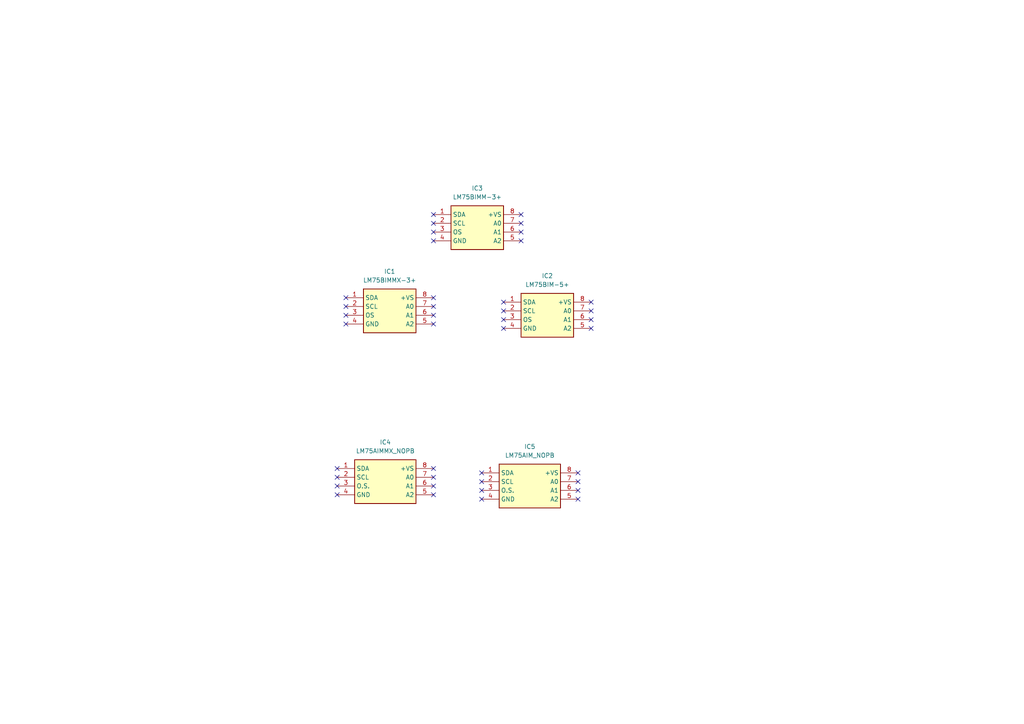
<source format=kicad_sch>
(kicad_sch (version 20230121) (generator eeschema)

  (uuid 7e9d75af-f279-4378-a3a5-ccc864c3ca81)

  (paper "A4")

  (lib_symbols
    (symbol "SamacSys_Parts:LM75AIMMX_NOPB" (in_bom yes) (on_board yes)
      (property "Reference" "IC" (at 24.13 7.62 0)
        (effects (font (size 1.27 1.27)) (justify left top))
      )
      (property "Value" "LM75AIMMX_NOPB" (at 24.13 5.08 0)
        (effects (font (size 1.27 1.27)) (justify left top))
      )
      (property "Footprint" "SOP65P490X110-8N" (at 24.13 -94.92 0)
        (effects (font (size 1.27 1.27)) (justify left top) hide)
      )
      (property "Datasheet" "http://www.ti.com/lit/gpn/LM75A" (at 24.13 -194.92 0)
        (effects (font (size 1.27 1.27)) (justify left top) hide)
      )
      (property "Height" "1.1" (at 24.13 -394.92 0)
        (effects (font (size 1.27 1.27)) (justify left top) hide)
      )
      (property "Mouser Part Number" "926-LM75AIMMX/NOPB" (at 24.13 -494.92 0)
        (effects (font (size 1.27 1.27)) (justify left top) hide)
      )
      (property "Mouser Price/Stock" "https://www.mouser.co.uk/ProductDetail/Texas-Instruments/LM75AIMMX-NOPB?qs=QbsRYf82W3EzczEYb3tXUw%3D%3D" (at 24.13 -594.92 0)
        (effects (font (size 1.27 1.27)) (justify left top) hide)
      )
      (property "Manufacturer_Name" "Texas Instruments" (at 24.13 -694.92 0)
        (effects (font (size 1.27 1.27)) (justify left top) hide)
      )
      (property "Manufacturer_Part_Number" "LM75AIMMX/NOPB" (at 24.13 -794.92 0)
        (effects (font (size 1.27 1.27)) (justify left top) hide)
      )
      (property "ki_description" "+/-2C, 2.7V to 5.5V industry standard temperature sensor with I2C/SMBus interface" (at 0 0 0)
        (effects (font (size 1.27 1.27)) hide)
      )
      (symbol "LM75AIMMX_NOPB_1_1"
        (rectangle (start 5.08 2.54) (end 22.86 -10.16)
          (stroke (width 0.254) (type default))
          (fill (type background))
        )
        (pin passive line (at 0 0 0) (length 5.08)
          (name "SDA" (effects (font (size 1.27 1.27))))
          (number "1" (effects (font (size 1.27 1.27))))
        )
        (pin passive line (at 0 -2.54 0) (length 5.08)
          (name "SCL" (effects (font (size 1.27 1.27))))
          (number "2" (effects (font (size 1.27 1.27))))
        )
        (pin passive line (at 0 -5.08 0) (length 5.08)
          (name "O.S." (effects (font (size 1.27 1.27))))
          (number "3" (effects (font (size 1.27 1.27))))
        )
        (pin passive line (at 0 -7.62 0) (length 5.08)
          (name "GND" (effects (font (size 1.27 1.27))))
          (number "4" (effects (font (size 1.27 1.27))))
        )
        (pin passive line (at 27.94 -7.62 180) (length 5.08)
          (name "A2" (effects (font (size 1.27 1.27))))
          (number "5" (effects (font (size 1.27 1.27))))
        )
        (pin passive line (at 27.94 -5.08 180) (length 5.08)
          (name "A1" (effects (font (size 1.27 1.27))))
          (number "6" (effects (font (size 1.27 1.27))))
        )
        (pin passive line (at 27.94 -2.54 180) (length 5.08)
          (name "A0" (effects (font (size 1.27 1.27))))
          (number "7" (effects (font (size 1.27 1.27))))
        )
        (pin passive line (at 27.94 0 180) (length 5.08)
          (name "+VS" (effects (font (size 1.27 1.27))))
          (number "8" (effects (font (size 1.27 1.27))))
        )
      )
    )
    (symbol "SamacSys_Parts:LM75AIM_NOPB" (in_bom yes) (on_board yes)
      (property "Reference" "IC" (at 24.13 7.62 0)
        (effects (font (size 1.27 1.27)) (justify left top))
      )
      (property "Value" "LM75AIM_NOPB" (at 24.13 5.08 0)
        (effects (font (size 1.27 1.27)) (justify left top))
      )
      (property "Footprint" "SOIC127P600X175-8N" (at 24.13 -94.92 0)
        (effects (font (size 1.27 1.27)) (justify left top) hide)
      )
      (property "Datasheet" "http://www.ti.com/lit/ds/symlink/lm75a.pdf" (at 24.13 -194.92 0)
        (effects (font (size 1.27 1.27)) (justify left top) hide)
      )
      (property "Height" "1.75" (at 24.13 -394.92 0)
        (effects (font (size 1.27 1.27)) (justify left top) hide)
      )
      (property "Mouser Part Number" "926-LM75AIM/NOPB" (at 24.13 -494.92 0)
        (effects (font (size 1.27 1.27)) (justify left top) hide)
      )
      (property "Mouser Price/Stock" "https://www.mouser.co.uk/ProductDetail/Texas-Instruments/LM75AIM-NOPB?qs=QbsRYf82W3FB3poNe%2FnoPQ%3D%3D" (at 24.13 -594.92 0)
        (effects (font (size 1.27 1.27)) (justify left top) hide)
      )
      (property "Manufacturer_Name" "Texas Instruments" (at 24.13 -694.92 0)
        (effects (font (size 1.27 1.27)) (justify left top) hide)
      )
      (property "Manufacturer_Part_Number" "LM75AIM/NOPB" (at 24.13 -794.92 0)
        (effects (font (size 1.27 1.27)) (justify left top) hide)
      )
      (property "ki_description" "&plusmn;2&deg;C, 2.7V to 5.5V industry standard temperature sensor with I2C/SMBus interface" (at 0 0 0)
        (effects (font (size 1.27 1.27)) hide)
      )
      (symbol "LM75AIM_NOPB_1_1"
        (rectangle (start 5.08 2.54) (end 22.86 -10.16)
          (stroke (width 0.254) (type default))
          (fill (type background))
        )
        (pin passive line (at 0 0 0) (length 5.08)
          (name "SDA" (effects (font (size 1.27 1.27))))
          (number "1" (effects (font (size 1.27 1.27))))
        )
        (pin passive line (at 0 -2.54 0) (length 5.08)
          (name "SCL" (effects (font (size 1.27 1.27))))
          (number "2" (effects (font (size 1.27 1.27))))
        )
        (pin passive line (at 0 -5.08 0) (length 5.08)
          (name "O.S." (effects (font (size 1.27 1.27))))
          (number "3" (effects (font (size 1.27 1.27))))
        )
        (pin power_in line (at 0 -7.62 0) (length 5.08)
          (name "GND" (effects (font (size 1.27 1.27))))
          (number "4" (effects (font (size 1.27 1.27))))
        )
        (pin passive line (at 27.94 -7.62 180) (length 5.08)
          (name "A2" (effects (font (size 1.27 1.27))))
          (number "5" (effects (font (size 1.27 1.27))))
        )
        (pin passive line (at 27.94 -5.08 180) (length 5.08)
          (name "A1" (effects (font (size 1.27 1.27))))
          (number "6" (effects (font (size 1.27 1.27))))
        )
        (pin passive line (at 27.94 -2.54 180) (length 5.08)
          (name "A0" (effects (font (size 1.27 1.27))))
          (number "7" (effects (font (size 1.27 1.27))))
        )
        (pin passive line (at 27.94 0 180) (length 5.08)
          (name "+VS" (effects (font (size 1.27 1.27))))
          (number "8" (effects (font (size 1.27 1.27))))
        )
      )
    )
    (symbol "SamacSys_Parts:LM75BIM-5+" (in_bom yes) (on_board yes)
      (property "Reference" "IC" (at 21.59 7.62 0)
        (effects (font (size 1.27 1.27)) (justify left top))
      )
      (property "Value" "LM75BIM-5+" (at 21.59 5.08 0)
        (effects (font (size 1.27 1.27)) (justify left top))
      )
      (property "Footprint" "SOIC127P600X175-8N" (at 21.59 -94.92 0)
        (effects (font (size 1.27 1.27)) (justify left top) hide)
      )
      (property "Datasheet" "" (at 21.59 -194.92 0)
        (effects (font (size 1.27 1.27)) (justify left top) hide)
      )
      (property "Height" "" (at 21.59 -394.92 0)
        (effects (font (size 1.27 1.27)) (justify left top) hide)
      )
      (property "Manufacturer_Name" "Analog Devices" (at 21.59 -494.92 0)
        (effects (font (size 1.27 1.27)) (justify left top) hide)
      )
      (property "Manufacturer_Part_Number" "LM75BIM-5+" (at 21.59 -594.92 0)
        (effects (font (size 1.27 1.27)) (justify left top) hide)
      )
      (property "Mouser Part Number" "700-LM75BIM-5+" (at 21.59 -694.92 0)
        (effects (font (size 1.27 1.27)) (justify left top) hide)
      )
      (property "Mouser Price/Stock" "https://www.mouser.co.uk/ProductDetail/Analog-Devices-Maxim-Integrated/LM75BIM-5%2b?qs=Jw2w9zrI6w87gLLPjZOidg%3D%3D" (at 21.59 -794.92 0)
        (effects (font (size 1.27 1.27)) (justify left top) hide)
      )
      (property "Arrow Part Number" "" (at 21.59 -894.92 0)
        (effects (font (size 1.27 1.27)) (justify left top) hide)
      )
      (property "Arrow Price/Stock" "" (at 21.59 -994.92 0)
        (effects (font (size 1.27 1.27)) (justify left top) hide)
      )
      (property "ki_description" "Digital Temperature Sensor and Thermal Watchdog with 2-Wire Interface" (at 0 0 0)
        (effects (font (size 1.27 1.27)) hide)
      )
      (symbol "LM75BIM-5+_1_1"
        (rectangle (start 5.08 2.54) (end 20.32 -10.16)
          (stroke (width 0.254) (type default))
          (fill (type background))
        )
        (pin passive line (at 0 0 0) (length 5.08)
          (name "SDA" (effects (font (size 1.27 1.27))))
          (number "1" (effects (font (size 1.27 1.27))))
        )
        (pin passive line (at 0 -2.54 0) (length 5.08)
          (name "SCL" (effects (font (size 1.27 1.27))))
          (number "2" (effects (font (size 1.27 1.27))))
        )
        (pin passive line (at 0 -5.08 0) (length 5.08)
          (name "OS" (effects (font (size 1.27 1.27))))
          (number "3" (effects (font (size 1.27 1.27))))
        )
        (pin passive line (at 0 -7.62 0) (length 5.08)
          (name "GND" (effects (font (size 1.27 1.27))))
          (number "4" (effects (font (size 1.27 1.27))))
        )
        (pin passive line (at 25.4 -7.62 180) (length 5.08)
          (name "A2" (effects (font (size 1.27 1.27))))
          (number "5" (effects (font (size 1.27 1.27))))
        )
        (pin passive line (at 25.4 -5.08 180) (length 5.08)
          (name "A1" (effects (font (size 1.27 1.27))))
          (number "6" (effects (font (size 1.27 1.27))))
        )
        (pin passive line (at 25.4 -2.54 180) (length 5.08)
          (name "A0" (effects (font (size 1.27 1.27))))
          (number "7" (effects (font (size 1.27 1.27))))
        )
        (pin passive line (at 25.4 0 180) (length 5.08)
          (name "+VS" (effects (font (size 1.27 1.27))))
          (number "8" (effects (font (size 1.27 1.27))))
        )
      )
    )
    (symbol "SamacSys_Parts:LM75BIMM-3+" (in_bom yes) (on_board yes)
      (property "Reference" "IC" (at 21.59 7.62 0)
        (effects (font (size 1.27 1.27)) (justify left top))
      )
      (property "Value" "LM75BIMM-3+" (at 21.59 5.08 0)
        (effects (font (size 1.27 1.27)) (justify left top))
      )
      (property "Footprint" "SOP65P490X110-8N" (at 21.59 -94.92 0)
        (effects (font (size 1.27 1.27)) (justify left top) hide)
      )
      (property "Datasheet" "https://datasheets.maximintegrated.com/en/ds/LM75.pdf" (at 21.59 -194.92 0)
        (effects (font (size 1.27 1.27)) (justify left top) hide)
      )
      (property "Height" "1.1" (at 21.59 -394.92 0)
        (effects (font (size 1.27 1.27)) (justify left top) hide)
      )
      (property "Manufacturer_Name" "Analog Devices" (at 21.59 -494.92 0)
        (effects (font (size 1.27 1.27)) (justify left top) hide)
      )
      (property "Manufacturer_Part_Number" "LM75BIMM-3+" (at 21.59 -594.92 0)
        (effects (font (size 1.27 1.27)) (justify left top) hide)
      )
      (property "Mouser Part Number" "700-LM75BIMM-3+" (at 21.59 -694.92 0)
        (effects (font (size 1.27 1.27)) (justify left top) hide)
      )
      (property "Mouser Price/Stock" "https://www.mouser.co.uk/ProductDetail/Analog-Devices-Maxim-Integrated/LM75BIMM-3%2b?qs=Jw2w9zrI6w%252BZpgnTvfnTwg%3D%3D" (at 21.59 -794.92 0)
        (effects (font (size 1.27 1.27)) (justify left top) hide)
      )
      (property "Arrow Part Number" "LM75BIMM-3+" (at 21.59 -894.92 0)
        (effects (font (size 1.27 1.27)) (justify left top) hide)
      )
      (property "Arrow Price/Stock" "https://www.arrow.com/en/products/lm75bimm-3/maxim-integrated?region=nac" (at 21.59 -994.92 0)
        (effects (font (size 1.27 1.27)) (justify left top) hide)
      )
      (property "ki_description" "Board Mount Temperature Sensors 2-Wire Digital Temp Snsr & Thrml Wtchdog" (at 0 0 0)
        (effects (font (size 1.27 1.27)) hide)
      )
      (symbol "LM75BIMM-3+_1_1"
        (rectangle (start 5.08 2.54) (end 20.32 -10.16)
          (stroke (width 0.254) (type default))
          (fill (type background))
        )
        (pin passive line (at 0 0 0) (length 5.08)
          (name "SDA" (effects (font (size 1.27 1.27))))
          (number "1" (effects (font (size 1.27 1.27))))
        )
        (pin passive line (at 0 -2.54 0) (length 5.08)
          (name "SCL" (effects (font (size 1.27 1.27))))
          (number "2" (effects (font (size 1.27 1.27))))
        )
        (pin passive line (at 0 -5.08 0) (length 5.08)
          (name "OS" (effects (font (size 1.27 1.27))))
          (number "3" (effects (font (size 1.27 1.27))))
        )
        (pin power_in line (at 0 -7.62 0) (length 5.08)
          (name "GND" (effects (font (size 1.27 1.27))))
          (number "4" (effects (font (size 1.27 1.27))))
        )
        (pin passive line (at 25.4 -7.62 180) (length 5.08)
          (name "A2" (effects (font (size 1.27 1.27))))
          (number "5" (effects (font (size 1.27 1.27))))
        )
        (pin passive line (at 25.4 -5.08 180) (length 5.08)
          (name "A1" (effects (font (size 1.27 1.27))))
          (number "6" (effects (font (size 1.27 1.27))))
        )
        (pin passive line (at 25.4 -2.54 180) (length 5.08)
          (name "A0" (effects (font (size 1.27 1.27))))
          (number "7" (effects (font (size 1.27 1.27))))
        )
        (pin passive line (at 25.4 0 180) (length 5.08)
          (name "+VS" (effects (font (size 1.27 1.27))))
          (number "8" (effects (font (size 1.27 1.27))))
        )
      )
    )
    (symbol "SamacSys_Parts:LM75BIMMX-3+" (in_bom yes) (on_board yes)
      (property "Reference" "IC" (at 21.59 7.62 0)
        (effects (font (size 1.27 1.27)) (justify left top))
      )
      (property "Value" "LM75BIMMX-3+" (at 21.59 5.08 0)
        (effects (font (size 1.27 1.27)) (justify left top))
      )
      (property "Footprint" "SOP65P490X110-8N" (at 21.59 -94.92 0)
        (effects (font (size 1.27 1.27)) (justify left top) hide)
      )
      (property "Datasheet" "http://componentsearchengine.com/Datasheets/1/LM75BIMMX-3+.pdf" (at 21.59 -194.92 0)
        (effects (font (size 1.27 1.27)) (justify left top) hide)
      )
      (property "Height" "1.1" (at 21.59 -394.92 0)
        (effects (font (size 1.27 1.27)) (justify left top) hide)
      )
      (property "Mouser Part Number" "700-LM75BIMMX-3" (at 21.59 -494.92 0)
        (effects (font (size 1.27 1.27)) (justify left top) hide)
      )
      (property "Mouser Price/Stock" "https://www.mouser.co.uk/ProductDetail/Analog-Devices-Maxim-Integrated/LM75BIMMX-3%2b?qs=Jw2w9zrI6w%2FyP80DzQ6QkA%3D%3D" (at 21.59 -594.92 0)
        (effects (font (size 1.27 1.27)) (justify left top) hide)
      )
      (property "Manufacturer_Name" "Analog Devices" (at 21.59 -694.92 0)
        (effects (font (size 1.27 1.27)) (justify left top) hide)
      )
      (property "Manufacturer_Part_Number" "LM75BIMMX-3+" (at 21.59 -794.92 0)
        (effects (font (size 1.27 1.27)) (justify left top) hide)
      )
      (property "ki_description" "Digital Temperature Sensor and Thermal Watchdog with Two-Wire Interface" (at 0 0 0)
        (effects (font (size 1.27 1.27)) hide)
      )
      (symbol "LM75BIMMX-3+_1_1"
        (rectangle (start 5.08 2.54) (end 20.32 -10.16)
          (stroke (width 0.254) (type default))
          (fill (type background))
        )
        (pin passive line (at 0 0 0) (length 5.08)
          (name "SDA" (effects (font (size 1.27 1.27))))
          (number "1" (effects (font (size 1.27 1.27))))
        )
        (pin passive line (at 0 -2.54 0) (length 5.08)
          (name "SCL" (effects (font (size 1.27 1.27))))
          (number "2" (effects (font (size 1.27 1.27))))
        )
        (pin passive line (at 0 -5.08 0) (length 5.08)
          (name "OS" (effects (font (size 1.27 1.27))))
          (number "3" (effects (font (size 1.27 1.27))))
        )
        (pin passive line (at 0 -7.62 0) (length 5.08)
          (name "GND" (effects (font (size 1.27 1.27))))
          (number "4" (effects (font (size 1.27 1.27))))
        )
        (pin passive line (at 25.4 -7.62 180) (length 5.08)
          (name "A2" (effects (font (size 1.27 1.27))))
          (number "5" (effects (font (size 1.27 1.27))))
        )
        (pin passive line (at 25.4 -5.08 180) (length 5.08)
          (name "A1" (effects (font (size 1.27 1.27))))
          (number "6" (effects (font (size 1.27 1.27))))
        )
        (pin passive line (at 25.4 -2.54 180) (length 5.08)
          (name "A0" (effects (font (size 1.27 1.27))))
          (number "7" (effects (font (size 1.27 1.27))))
        )
        (pin passive line (at 25.4 0 180) (length 5.08)
          (name "+VS" (effects (font (size 1.27 1.27))))
          (number "8" (effects (font (size 1.27 1.27))))
        )
      )
    )
  )


  (no_connect (at 125.73 86.36) (uuid 075afa18-38f0-4158-9735-6155d51ef789))
  (no_connect (at 125.73 93.98) (uuid 0b77682f-45d6-4130-951d-f179d5f9c36f))
  (no_connect (at 146.05 90.17) (uuid 0d5c7be2-2557-47d6-9c75-095d1a779371))
  (no_connect (at 97.79 143.51) (uuid 0fc75f5b-d58f-4c6f-8f34-6e435cb558e6))
  (no_connect (at 146.05 95.25) (uuid 118c132c-335a-46cd-9543-a5b2f2d36e5f))
  (no_connect (at 139.7 144.78) (uuid 119126cf-da39-4d9d-8a7f-9ed18d1cc459))
  (no_connect (at 171.45 95.25) (uuid 2557e3cc-505d-4cd4-a4d8-2f55090c0480))
  (no_connect (at 151.13 67.31) (uuid 45c43d41-782d-497c-bfdf-984b8904897c))
  (no_connect (at 139.7 137.16) (uuid 481c69cb-44d6-4ce2-9869-2ec29f092b8b))
  (no_connect (at 125.73 140.97) (uuid 5370a9b0-1d47-48a7-a17c-3db3d060d835))
  (no_connect (at 167.64 139.7) (uuid 57f7033a-8bd7-47a5-9fe0-a10c5ccdb3df))
  (no_connect (at 125.73 88.9) (uuid 59ba2dfa-4afc-483f-b585-4b8348c0b647))
  (no_connect (at 171.45 87.63) (uuid 5b439310-57d0-499e-a7cc-56d04df1c7ec))
  (no_connect (at 125.73 135.89) (uuid 60587fc1-07d8-4731-a310-53d3a481b72e))
  (no_connect (at 151.13 69.85) (uuid 6adc6b17-8962-473f-b243-e579f5520fbf))
  (no_connect (at 125.73 91.44) (uuid 6fab0dc8-8e00-415e-8b7a-47543f0c0820))
  (no_connect (at 97.79 135.89) (uuid 70ec6cc1-2551-4580-8d8d-f890dcecf235))
  (no_connect (at 139.7 139.7) (uuid 7eca8792-97c6-4d4e-a458-dd47feeb177b))
  (no_connect (at 125.73 62.23) (uuid 809b1eb9-c4c3-4269-be4c-530d66935e43))
  (no_connect (at 125.73 69.85) (uuid 847bd509-54d0-4960-9279-d7fa0ddfc2a5))
  (no_connect (at 171.45 90.17) (uuid 8726eb71-3c9e-432c-9cee-c1b1c2142e2f))
  (no_connect (at 100.33 86.36) (uuid 90e482d1-d607-43b5-a0f4-108b1dff22f5))
  (no_connect (at 100.33 88.9) (uuid 9b0c0b39-6240-4d99-ae39-edce7278afc1))
  (no_connect (at 146.05 87.63) (uuid 9ecaeca8-395d-42a8-8039-917631ac4af6))
  (no_connect (at 171.45 92.71) (uuid af138bb3-6918-46a8-9e0f-fb653cdd5ac7))
  (no_connect (at 97.79 140.97) (uuid b1ea7af6-f607-43ea-ab45-6c16900cb816))
  (no_connect (at 167.64 144.78) (uuid bbac302b-fd46-49e3-875f-15f57eb78a73))
  (no_connect (at 167.64 137.16) (uuid c579d109-d974-46b9-ad3b-51e32a385c37))
  (no_connect (at 139.7 142.24) (uuid c6fa5c14-5ad5-4d3b-a8e1-caad9ecc10f2))
  (no_connect (at 125.73 64.77) (uuid ce4f5059-ad70-44ab-8460-ae43de56b402))
  (no_connect (at 125.73 138.43) (uuid d0863572-c664-48b3-9e74-b95e3569ba3f))
  (no_connect (at 125.73 143.51) (uuid d2dc7753-d64e-4ed0-9ec1-a78f8dedfeb5))
  (no_connect (at 151.13 62.23) (uuid d8efefa6-bc76-4770-8ab5-61097e6341d0))
  (no_connect (at 100.33 91.44) (uuid d9c79414-705d-4d99-966a-55a020735e64))
  (no_connect (at 167.64 142.24) (uuid dd02a6b4-7838-4559-9d75-9e637d5b9531))
  (no_connect (at 151.13 64.77) (uuid e0173217-9abd-43f0-9740-eead8fdbc757))
  (no_connect (at 97.79 138.43) (uuid e71a6702-1124-44fc-ab85-083d39b2c8dc))
  (no_connect (at 100.33 93.98) (uuid f17b7960-e19c-4ab6-aa60-01844ee8f0c2))
  (no_connect (at 125.73 67.31) (uuid f5282175-089f-4156-b545-089089597f81))
  (no_connect (at 146.05 92.71) (uuid f9d7402a-cfbe-4e74-9c2b-9a19f8d1f0ac))

  (symbol (lib_id "SamacSys_Parts:LM75BIM-5+") (at 146.05 87.63 0) (unit 1)
    (in_bom yes) (on_board yes) (dnp no) (fields_autoplaced)
    (uuid 11ebf145-9e19-4ac4-958a-3cc8fa1a7508)
    (property "Reference" "IC2" (at 158.75 80.01 0)
      (effects (font (size 1.27 1.27)))
    )
    (property "Value" "LM75BIM-5+" (at 158.75 82.55 0)
      (effects (font (size 1.27 1.27)))
    )
    (property "Footprint" "SOIC127P600X175-8N" (at 167.64 182.55 0)
      (effects (font (size 1.27 1.27)) (justify left top) hide)
    )
    (property "Datasheet" "" (at 167.64 282.55 0)
      (effects (font (size 1.27 1.27)) (justify left top) hide)
    )
    (property "Height" "" (at 167.64 482.55 0)
      (effects (font (size 1.27 1.27)) (justify left top) hide)
    )
    (property "Manufacturer_Name" "Analog Devices" (at 167.64 582.55 0)
      (effects (font (size 1.27 1.27)) (justify left top) hide)
    )
    (property "Manufacturer_Part_Number" "LM75BIM-5+" (at 167.64 682.55 0)
      (effects (font (size 1.27 1.27)) (justify left top) hide)
    )
    (property "Mouser Part Number" "700-LM75BIM-5+" (at 167.64 782.55 0)
      (effects (font (size 1.27 1.27)) (justify left top) hide)
    )
    (property "Mouser Price/Stock" "https://www.mouser.co.uk/ProductDetail/Analog-Devices-Maxim-Integrated/LM75BIM-5%2b?qs=Jw2w9zrI6w87gLLPjZOidg%3D%3D" (at 167.64 882.55 0)
      (effects (font (size 1.27 1.27)) (justify left top) hide)
    )
    (property "Arrow Part Number" "" (at 167.64 982.55 0)
      (effects (font (size 1.27 1.27)) (justify left top) hide)
    )
    (property "Arrow Price/Stock" "" (at 167.64 1082.55 0)
      (effects (font (size 1.27 1.27)) (justify left top) hide)
    )
    (pin "1" (uuid 8fb6195a-e7ea-48e5-9f1f-7b91568830ef))
    (pin "2" (uuid 531a83b3-c553-4b8e-b8f7-25f2c597cc8d))
    (pin "3" (uuid 1bc548a9-f4a6-453e-93d2-5a8e0d855a07))
    (pin "4" (uuid 15721218-994d-4014-af79-d88cb969663c))
    (pin "5" (uuid 16ed6e37-347a-4940-b5e0-222c2693fab6))
    (pin "6" (uuid fcf40f70-4458-4127-9a85-4bcec98301ca))
    (pin "7" (uuid 336dcdd0-6d78-46ca-acd4-1fcd929340f8))
    (pin "8" (uuid a91775ee-1d26-4922-9a13-70629a7f424c))
    (instances
      (project "TestingSizes"
        (path "/7e9d75af-f279-4378-a3a5-ccc864c3ca81"
          (reference "IC2") (unit 1)
        )
      )
    )
  )

  (symbol (lib_id "SamacSys_Parts:LM75AIM_NOPB") (at 139.7 137.16 0) (unit 1)
    (in_bom yes) (on_board yes) (dnp no) (fields_autoplaced)
    (uuid 128ce957-1444-4369-9673-6c7f96d07c85)
    (property "Reference" "IC5" (at 153.67 129.54 0)
      (effects (font (size 1.27 1.27)))
    )
    (property "Value" "LM75AIM_NOPB" (at 153.67 132.08 0)
      (effects (font (size 1.27 1.27)))
    )
    (property "Footprint" "SOIC127P600X175-8N" (at 163.83 232.08 0)
      (effects (font (size 1.27 1.27)) (justify left top) hide)
    )
    (property "Datasheet" "http://www.ti.com/lit/ds/symlink/lm75a.pdf" (at 163.83 332.08 0)
      (effects (font (size 1.27 1.27)) (justify left top) hide)
    )
    (property "Height" "1.75" (at 163.83 532.08 0)
      (effects (font (size 1.27 1.27)) (justify left top) hide)
    )
    (property "Mouser Part Number" "926-LM75AIM/NOPB" (at 163.83 632.08 0)
      (effects (font (size 1.27 1.27)) (justify left top) hide)
    )
    (property "Mouser Price/Stock" "https://www.mouser.co.uk/ProductDetail/Texas-Instruments/LM75AIM-NOPB?qs=QbsRYf82W3FB3poNe%2FnoPQ%3D%3D" (at 163.83 732.08 0)
      (effects (font (size 1.27 1.27)) (justify left top) hide)
    )
    (property "Manufacturer_Name" "Texas Instruments" (at 163.83 832.08 0)
      (effects (font (size 1.27 1.27)) (justify left top) hide)
    )
    (property "Manufacturer_Part_Number" "LM75AIM/NOPB" (at 163.83 932.08 0)
      (effects (font (size 1.27 1.27)) (justify left top) hide)
    )
    (pin "1" (uuid bbbf2b1c-6045-4924-adb9-4f2d9b185f82))
    (pin "2" (uuid 3ac6d6ea-54a6-4a08-bdb9-d1371e4610e3))
    (pin "3" (uuid 7461d3ab-927d-4e8c-85a4-fd3307a56ba6))
    (pin "4" (uuid a3a8a2de-eca6-4bba-8a8b-547b088129ad))
    (pin "5" (uuid f559b921-eb06-455a-a060-b94ef12adde5))
    (pin "6" (uuid d4b970f0-0edb-42b9-80a2-e6f0042fbc44))
    (pin "7" (uuid 90b8119d-8b36-4865-8a8e-c89801cbee51))
    (pin "8" (uuid c198ce36-66e6-4d9f-a0fe-32be2a5da684))
    (instances
      (project "TestingSizes"
        (path "/7e9d75af-f279-4378-a3a5-ccc864c3ca81"
          (reference "IC5") (unit 1)
        )
      )
    )
  )

  (symbol (lib_id "SamacSys_Parts:LM75BIMM-3+") (at 125.73 62.23 0) (unit 1)
    (in_bom yes) (on_board yes) (dnp no) (fields_autoplaced)
    (uuid 53a66890-bb8a-41e6-8c2f-c31cbd430048)
    (property "Reference" "IC3" (at 138.43 54.61 0)
      (effects (font (size 1.27 1.27)))
    )
    (property "Value" "LM75BIMM-3+" (at 138.43 57.15 0)
      (effects (font (size 1.27 1.27)))
    )
    (property "Footprint" "SOP65P490X110-8N" (at 147.32 157.15 0)
      (effects (font (size 1.27 1.27)) (justify left top) hide)
    )
    (property "Datasheet" "https://datasheets.maximintegrated.com/en/ds/LM75.pdf" (at 147.32 257.15 0)
      (effects (font (size 1.27 1.27)) (justify left top) hide)
    )
    (property "Height" "1.1" (at 147.32 457.15 0)
      (effects (font (size 1.27 1.27)) (justify left top) hide)
    )
    (property "Manufacturer_Name" "Analog Devices" (at 147.32 557.15 0)
      (effects (font (size 1.27 1.27)) (justify left top) hide)
    )
    (property "Manufacturer_Part_Number" "LM75BIMM-3+" (at 147.32 657.15 0)
      (effects (font (size 1.27 1.27)) (justify left top) hide)
    )
    (property "Mouser Part Number" "700-LM75BIMM-3+" (at 147.32 757.15 0)
      (effects (font (size 1.27 1.27)) (justify left top) hide)
    )
    (property "Mouser Price/Stock" "https://www.mouser.co.uk/ProductDetail/Analog-Devices-Maxim-Integrated/LM75BIMM-3%2b?qs=Jw2w9zrI6w%252BZpgnTvfnTwg%3D%3D" (at 147.32 857.15 0)
      (effects (font (size 1.27 1.27)) (justify left top) hide)
    )
    (property "Arrow Part Number" "LM75BIMM-3+" (at 147.32 957.15 0)
      (effects (font (size 1.27 1.27)) (justify left top) hide)
    )
    (property "Arrow Price/Stock" "https://www.arrow.com/en/products/lm75bimm-3/maxim-integrated?region=nac" (at 147.32 1057.15 0)
      (effects (font (size 1.27 1.27)) (justify left top) hide)
    )
    (pin "1" (uuid ab09857f-37f3-40dc-a0bf-bd669ba93279))
    (pin "2" (uuid 3098ccb1-abbd-4b50-8d63-669aaad0d210))
    (pin "3" (uuid 64e60d72-7136-4e3f-b0b5-a7203ffc94de))
    (pin "4" (uuid 344ad4e3-4225-493c-a69f-0330c1b4015e))
    (pin "5" (uuid bd231d8a-792a-4544-87ad-01a28420d219))
    (pin "6" (uuid 6a51fdab-6087-4768-beeb-48a5a2753816))
    (pin "7" (uuid 521a66db-5d33-4045-9107-9f2479bdd18a))
    (pin "8" (uuid 979323e7-8538-4a4b-b23c-45e857ebf37d))
    (instances
      (project "TestingSizes"
        (path "/7e9d75af-f279-4378-a3a5-ccc864c3ca81"
          (reference "IC3") (unit 1)
        )
      )
    )
  )

  (symbol (lib_id "SamacSys_Parts:LM75AIMMX_NOPB") (at 97.79 135.89 0) (unit 1)
    (in_bom yes) (on_board yes) (dnp no) (fields_autoplaced)
    (uuid 9ea1a151-6674-4a82-bc8d-b1fd118dc5c6)
    (property "Reference" "IC4" (at 111.76 128.27 0)
      (effects (font (size 1.27 1.27)))
    )
    (property "Value" "LM75AIMMX_NOPB" (at 111.76 130.81 0)
      (effects (font (size 1.27 1.27)))
    )
    (property "Footprint" "SOP65P490X110-8N" (at 121.92 230.81 0)
      (effects (font (size 1.27 1.27)) (justify left top) hide)
    )
    (property "Datasheet" "http://www.ti.com/lit/gpn/LM75A" (at 121.92 330.81 0)
      (effects (font (size 1.27 1.27)) (justify left top) hide)
    )
    (property "Height" "1.1" (at 121.92 530.81 0)
      (effects (font (size 1.27 1.27)) (justify left top) hide)
    )
    (property "Mouser Part Number" "926-LM75AIMMX/NOPB" (at 121.92 630.81 0)
      (effects (font (size 1.27 1.27)) (justify left top) hide)
    )
    (property "Mouser Price/Stock" "https://www.mouser.co.uk/ProductDetail/Texas-Instruments/LM75AIMMX-NOPB?qs=QbsRYf82W3EzczEYb3tXUw%3D%3D" (at 121.92 730.81 0)
      (effects (font (size 1.27 1.27)) (justify left top) hide)
    )
    (property "Manufacturer_Name" "Texas Instruments" (at 121.92 830.81 0)
      (effects (font (size 1.27 1.27)) (justify left top) hide)
    )
    (property "Manufacturer_Part_Number" "LM75AIMMX/NOPB" (at 121.92 930.81 0)
      (effects (font (size 1.27 1.27)) (justify left top) hide)
    )
    (pin "1" (uuid 4e181cfb-43ef-4ee3-9b60-4d49dce77abc))
    (pin "2" (uuid 68bc8570-5dc2-4aad-b1e3-51259741d82b))
    (pin "3" (uuid 1f25a3da-8a2a-44a5-b79c-6fc95a5adff0))
    (pin "4" (uuid 70d5e461-28b2-4101-9a5e-934085c9af89))
    (pin "5" (uuid 83479dcb-bd6d-47bd-81f9-3c9900b2a88e))
    (pin "6" (uuid 28b9bd10-8e67-4dc6-a019-123951eff4ae))
    (pin "7" (uuid 57d4c08c-5d2b-4b38-8cf6-1f2dd2977900))
    (pin "8" (uuid e6954a22-5a19-48f2-bde1-77f337bd848b))
    (instances
      (project "TestingSizes"
        (path "/7e9d75af-f279-4378-a3a5-ccc864c3ca81"
          (reference "IC4") (unit 1)
        )
      )
    )
  )

  (symbol (lib_id "SamacSys_Parts:LM75BIMMX-3+") (at 100.33 86.36 0) (unit 1)
    (in_bom yes) (on_board yes) (dnp no) (fields_autoplaced)
    (uuid b10b4c47-64d8-423e-b911-7b128e06c672)
    (property "Reference" "IC1" (at 113.03 78.74 0)
      (effects (font (size 1.27 1.27)))
    )
    (property "Value" "LM75BIMMX-3+" (at 113.03 81.28 0)
      (effects (font (size 1.27 1.27)))
    )
    (property "Footprint" "SOP65P490X110-8N" (at 121.92 181.28 0)
      (effects (font (size 1.27 1.27)) (justify left top) hide)
    )
    (property "Datasheet" "http://componentsearchengine.com/Datasheets/1/LM75BIMMX-3+.pdf" (at 121.92 281.28 0)
      (effects (font (size 1.27 1.27)) (justify left top) hide)
    )
    (property "Height" "1.1" (at 121.92 481.28 0)
      (effects (font (size 1.27 1.27)) (justify left top) hide)
    )
    (property "Mouser Part Number" "700-LM75BIMMX-3" (at 121.92 581.28 0)
      (effects (font (size 1.27 1.27)) (justify left top) hide)
    )
    (property "Mouser Price/Stock" "https://www.mouser.co.uk/ProductDetail/Analog-Devices-Maxim-Integrated/LM75BIMMX-3%2b?qs=Jw2w9zrI6w%2FyP80DzQ6QkA%3D%3D" (at 121.92 681.28 0)
      (effects (font (size 1.27 1.27)) (justify left top) hide)
    )
    (property "Manufacturer_Name" "Analog Devices" (at 121.92 781.28 0)
      (effects (font (size 1.27 1.27)) (justify left top) hide)
    )
    (property "Manufacturer_Part_Number" "LM75BIMMX-3+" (at 121.92 881.28 0)
      (effects (font (size 1.27 1.27)) (justify left top) hide)
    )
    (pin "1" (uuid 8ecdcc0e-7eb1-4ff1-8c9b-540a1996014a))
    (pin "2" (uuid acbbbf20-fdf7-4ae1-bbb2-d0e91394483e))
    (pin "3" (uuid cd4f521c-a0ba-45da-9c02-2afd287b9b51))
    (pin "4" (uuid b114568a-0a37-4f38-968c-e65e6348566c))
    (pin "5" (uuid 81503e19-b62d-4aa5-bc8d-d268f639c898))
    (pin "6" (uuid 3dd0bbd0-bad6-4adc-ac86-eefe732cce64))
    (pin "7" (uuid 80320dd4-e49f-40a1-a31b-fff6074a0429))
    (pin "8" (uuid b3a3344f-c265-4220-81bd-34d2953b34cf))
    (instances
      (project "TestingSizes"
        (path "/7e9d75af-f279-4378-a3a5-ccc864c3ca81"
          (reference "IC1") (unit 1)
        )
      )
    )
  )

  (sheet_instances
    (path "/" (page "1"))
  )
)

</source>
